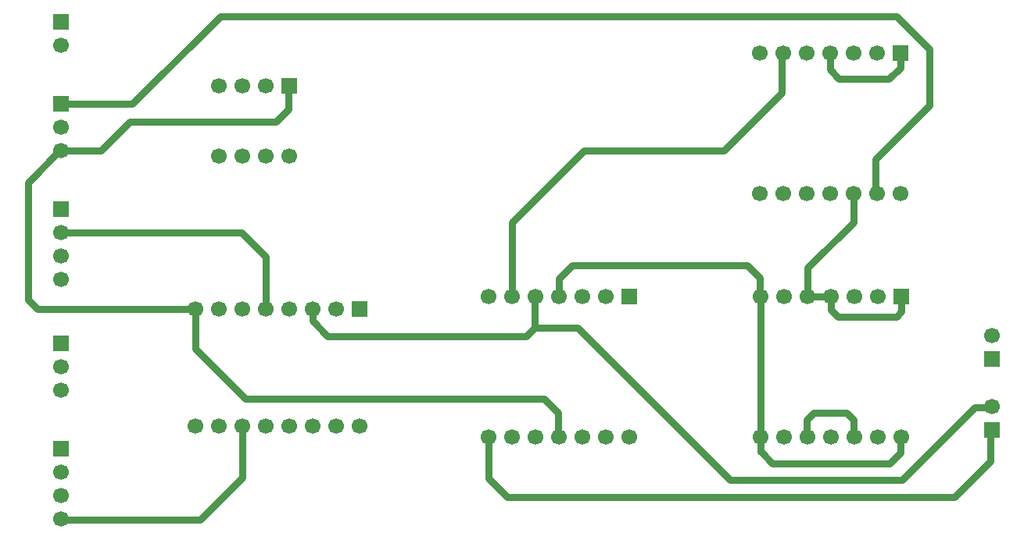
<source format=gbr>
%TF.GenerationSoftware,KiCad,Pcbnew,9.0.3*%
%TF.CreationDate,2025-08-28T11:24:01-04:00*%
%TF.ProjectId,signal_conditioner,7369676e-616c-45f6-936f-6e646974696f,rev?*%
%TF.SameCoordinates,Original*%
%TF.FileFunction,Copper,L1,Top*%
%TF.FilePolarity,Positive*%
%FSLAX46Y46*%
G04 Gerber Fmt 4.6, Leading zero omitted, Abs format (unit mm)*
G04 Created by KiCad (PCBNEW 9.0.3) date 2025-08-28 11:24:01*
%MOMM*%
%LPD*%
G01*
G04 APERTURE LIST*
%TA.AperFunction,ComponentPad*%
%ADD10R,1.700000X1.700000*%
%TD*%
%TA.AperFunction,ComponentPad*%
%ADD11C,1.700000*%
%TD*%
%TA.AperFunction,Conductor*%
%ADD12C,0.750000*%
%TD*%
G04 APERTURE END LIST*
D10*
%TO.P,J2,1,Pin_1*%
%TO.N,/S0B*%
X135890000Y-60325000D03*
D11*
%TO.P,J2,2,Pin_2*%
%TO.N,/S1B*%
X135890000Y-62865000D03*
%TO.P,J2,3,Pin_3*%
%TO.N,/S2B*%
X135890000Y-65405000D03*
%TO.P,J2,4,Pin_4*%
%TO.N,/S3B*%
X135890000Y-67945000D03*
%TD*%
D10*
%TO.P,U5,1,HVC/A0*%
%TO.N,GND*%
X226822000Y-43434000D03*
D11*
%TO.P,U5,2,SCL*%
%TO.N,/I2C_SCL_{1}_5V*%
X224282000Y-43434000D03*
%TO.P,U5,3,SDA*%
%TO.N,/I2C_SDA_{1}_5V*%
X221742000Y-43434000D03*
%TO.P,U5,4,VSS*%
%TO.N,GND*%
X219202000Y-43434000D03*
%TO.P,U5,5,P1B*%
%TO.N,/Software Defined Instrumentation Amplifier/RGain-*%
X216662000Y-43434000D03*
%TO.P,U5,6,P1W*%
X214122000Y-43434000D03*
%TO.P,U5,7,P1A*%
%TO.N,Net-(U5-P0B)*%
X211582000Y-43434000D03*
%TO.P,U5,8,P0A*%
%TO.N,/Software Defined Instrumentation Amplifier/RGain+*%
X211582000Y-58674000D03*
%TO.P,U5,9,P0W*%
%TO.N,Net-(U5-P0B)*%
X214122000Y-58674000D03*
%TO.P,U5,10,P0B*%
X216662000Y-58674000D03*
%TO.P,U5,11,NC*%
%TO.N,unconnected-(U5-NC-Pad11)*%
X219202000Y-58674000D03*
%TO.P,U5,12,A2*%
%TO.N,GND*%
X221742000Y-58674000D03*
%TO.P,U5,13,A1*%
%TO.N,+5V*%
X224282000Y-58674000D03*
%TO.P,U5,14,VDD*%
X226822000Y-58674000D03*
%TD*%
D10*
%TO.P,U1,1,S0B*%
%TO.N,/S0B*%
X168249600Y-71131600D03*
D11*
%TO.P,U1,2,S2B*%
%TO.N,/S2B*%
X165709600Y-71131600D03*
%TO.P,U1,3,DB*%
%TO.N,/OUT-*%
X163169600Y-71131600D03*
%TO.P,U1,4,S3B*%
%TO.N,/S3B*%
X160629600Y-71131600D03*
%TO.P,U1,5,S1B*%
%TO.N,/S1B*%
X158089600Y-71131600D03*
%TO.P,U1,6,~{EN}*%
%TO.N,/~{EN}*%
X155549600Y-71131600D03*
%TO.P,U1,7,NC*%
%TO.N,unconnected-(U1-NC-Pad7)*%
X153009600Y-71131600D03*
%TO.P,U1,8,GND*%
%TO.N,GND*%
X150469600Y-71131600D03*
%TO.P,U1,9,A1*%
%TO.N,/SEL1*%
X150469600Y-83831600D03*
%TO.P,U1,10,A0*%
%TO.N,/SEL0*%
X153009600Y-83831600D03*
%TO.P,U1,11,S3A*%
%TO.N,/S3A*%
X155549600Y-83831600D03*
%TO.P,U1,12,S0A*%
%TO.N,/S0A*%
X158089600Y-83831600D03*
%TO.P,U1,13,DA*%
%TO.N,/SEN+*%
X160629600Y-83831600D03*
%TO.P,U1,14,S1A*%
%TO.N,/S1A*%
X163169600Y-83831600D03*
%TO.P,U1,15,S2A*%
%TO.N,/S2A*%
X165709600Y-83831600D03*
%TO.P,U1,16,V_{DD}*%
%TO.N,+3.3V*%
X168249600Y-83831600D03*
%TD*%
D10*
%TO.P,J1,1,Pin_1*%
%TO.N,/S0A*%
X135890000Y-86360000D03*
D11*
%TO.P,J1,2,Pin_2*%
%TO.N,/S1A*%
X135890000Y-88900000D03*
%TO.P,J1,3,Pin_3*%
%TO.N,/S2A*%
X135890000Y-91440000D03*
%TO.P,J1,4,Pin_4*%
%TO.N,/S3A*%
X135890000Y-93980000D03*
%TD*%
D10*
%TO.P,U4,1,HVC/A0*%
%TO.N,GND*%
X226949000Y-69850000D03*
D11*
%TO.P,U4,2,SCL*%
%TO.N,/I2C_SCL_{1}_5V*%
X224409000Y-69850000D03*
%TO.P,U4,3,SDA*%
%TO.N,/I2C_SDA_{1}_5V*%
X221869000Y-69850000D03*
%TO.P,U4,4,VSS*%
%TO.N,GND*%
X219329000Y-69850000D03*
%TO.P,U4,5,P1B*%
X216789000Y-69850000D03*
%TO.P,U4,6,P1W*%
%TO.N,/Software Defined Instrumentation Amplifier/V_{offset-}*%
X214249000Y-69850000D03*
%TO.P,U4,7,P1A*%
%TO.N,+5V*%
X211709000Y-69850000D03*
%TO.P,U4,8,P0A*%
X211709000Y-85090000D03*
%TO.P,U4,9,P0W*%
%TO.N,/Software Defined Instrumentation Amplifier/V_{offset+}*%
X214249000Y-85090000D03*
%TO.P,U4,10,P0B*%
%TO.N,GND*%
X216789000Y-85090000D03*
%TO.P,U4,11,NC*%
%TO.N,unconnected-(U4-NC-Pad11)*%
X219329000Y-85090000D03*
%TO.P,U4,12,A2*%
%TO.N,GND*%
X221869000Y-85090000D03*
%TO.P,U4,13,A1*%
X224409000Y-85090000D03*
%TO.P,U4,14,VDD*%
%TO.N,+5V*%
X226949000Y-85090000D03*
%TD*%
D10*
%TO.P,J4,1,Pin_1*%
%TO.N,+5V*%
X135890000Y-48895000D03*
D11*
%TO.P,J4,2,Pin_2*%
%TO.N,+3V3*%
X135890000Y-51435000D03*
%TO.P,J4,3,Pin_3*%
%TO.N,GND*%
X135890000Y-53975000D03*
%TD*%
D10*
%TO.P,J7,1,Pin_1*%
%TO.N,/I2C_SDA_{1}_5V*%
X236728000Y-76581000D03*
D11*
%TO.P,J7,2,Pin_2*%
%TO.N,/I2C_SCL_{1}_5V*%
X236728000Y-74041000D03*
%TD*%
D10*
%TO.P,J6,1,Pin_1*%
%TO.N,/OUT+*%
X236728000Y-84328000D03*
D11*
%TO.P,J6,2,Pin_2*%
%TO.N,/OUT-*%
X236728000Y-81788000D03*
%TD*%
D10*
%TO.P,U3,1*%
%TO.N,Net-(R10-Pad1)*%
X197485000Y-69850000D03*
D11*
%TO.P,U3,2,-*%
%TO.N,/Software Defined Instrumentation Amplifier/RGain+*%
X194945000Y-69850000D03*
%TO.P,U3,3,+*%
%TO.N,/Software Defined Instrumentation Amplifier/V_SENSOR_WITH_DC_OFFSET*%
X192405000Y-69850000D03*
%TO.P,U3,4,V+*%
%TO.N,+5V*%
X189865000Y-69850000D03*
%TO.P,U3,5,+*%
%TO.N,/OUT-*%
X187325000Y-69850000D03*
%TO.P,U3,6,-*%
%TO.N,/Software Defined Instrumentation Amplifier/RGain-*%
X184785000Y-69850000D03*
%TO.P,U3,7*%
%TO.N,Net-(R11-Pad2)*%
X182245000Y-69850000D03*
%TO.P,U3,8*%
%TO.N,/OUT+*%
X182245000Y-85090000D03*
%TO.P,U3,9,-*%
%TO.N,Net-(U3C--)*%
X184785000Y-85090000D03*
%TO.P,U3,10,+*%
%TO.N,Net-(U3C-+)*%
X187325000Y-85090000D03*
%TO.P,U3,11,V-*%
%TO.N,GND*%
X189865000Y-85090000D03*
%TO.P,U3,12,+*%
%TO.N,Net-(U3D-+)*%
X192405000Y-85090000D03*
%TO.P,U3,13,-*%
%TO.N,Net-(U3D--)*%
X194945000Y-85090000D03*
%TO.P,U3,14*%
%TO.N,/Software Defined Instrumentation Amplifier/V_SENSOR_WITH_DC_OFFSET*%
X197485000Y-85090000D03*
%TD*%
D10*
%TO.P,J3,1,Pin_1*%
%TO.N,/~{EN}*%
X135890000Y-74930000D03*
D11*
%TO.P,J3,2,Pin_2*%
%TO.N,/SEL0*%
X135890000Y-77470000D03*
%TO.P,J3,3,Pin_3*%
%TO.N,/SEL1*%
X135890000Y-80010000D03*
%TD*%
D10*
%TO.P,J5,1,Pin_1*%
%TO.N,/I2C_SDA_{1}*%
X135890000Y-40000000D03*
D11*
%TO.P,J5,2,Pin_2*%
%TO.N,/I2C_SCL_{1}*%
X135890000Y-42540000D03*
%TD*%
D10*
%TO.P,U2,1,GND*%
%TO.N,GND*%
X160655000Y-46990000D03*
D11*
%TO.P,U2,2,Vref_{A}*%
%TO.N,+3V3*%
X158115000Y-46990000D03*
%TO.P,U2,3,A_{1}*%
%TO.N,/I2C_SDA_{1}*%
X155575000Y-46990000D03*
%TO.P,U2,4,A_{2}*%
%TO.N,/I2C_SCL_{1}*%
X153035000Y-46990000D03*
%TO.P,U2,5,B2*%
%TO.N,/I2C_SCL_{1}_5V*%
X153035000Y-54610000D03*
%TO.P,U2,6,B1*%
%TO.N,/I2C_SDA_{1}_5V*%
X155575000Y-54610000D03*
%TO.P,U2,7,Vref_{B}*%
%TO.N,Net-(U2-EN)*%
X158115000Y-54610000D03*
%TO.P,U2,8,EN*%
X160655000Y-54610000D03*
%TD*%
D12*
%TO.N,GND*%
X216661000Y-83197000D02*
X217423000Y-82435000D01*
X219329000Y-69850000D02*
X216789000Y-69850000D01*
X144643600Y-71143600D02*
X144655600Y-71131600D01*
X216789000Y-69850000D02*
X216789000Y-66711000D01*
X132333000Y-57416000D02*
X132333000Y-70116000D01*
X189737000Y-82435000D02*
X189737000Y-85102000D01*
X221741000Y-83197000D02*
X221741000Y-85102000D01*
X140207000Y-53987000D02*
X135762000Y-53987000D01*
X155911000Y-80911000D02*
X188213000Y-80911000D01*
X216661000Y-85102000D02*
X216661000Y-83197000D01*
X143382000Y-50812000D02*
X140207000Y-53987000D01*
X219329000Y-71229000D02*
X219329000Y-69850000D01*
X226949000Y-71451000D02*
X226400000Y-72000000D01*
X226822000Y-43434000D02*
X226822000Y-44978000D01*
X220100000Y-72000000D02*
X219329000Y-71229000D01*
X225600000Y-46200000D02*
X220200000Y-46200000D01*
X226822000Y-44978000D02*
X225600000Y-46200000D01*
X160527000Y-49473000D02*
X159188000Y-50812000D01*
X219200000Y-43436000D02*
X219202000Y-43434000D01*
X159188000Y-50812000D02*
X143382000Y-50812000D01*
X226949000Y-69850000D02*
X226949000Y-71451000D01*
X226400000Y-72000000D02*
X220100000Y-72000000D01*
X216789000Y-66711000D02*
X221742000Y-61758000D01*
X144655600Y-71131600D02*
X150469600Y-71131600D01*
X220979000Y-82435000D02*
X221741000Y-83197000D01*
X135762000Y-53987000D02*
X132333000Y-57416000D01*
X219200000Y-45200000D02*
X219200000Y-43436000D01*
X133360600Y-71143600D02*
X144643600Y-71143600D01*
X217423000Y-82435000D02*
X220979000Y-82435000D01*
X220200000Y-46200000D02*
X219200000Y-45200000D01*
X221742000Y-61758000D02*
X221742000Y-58674000D01*
X160527000Y-47002000D02*
X160527000Y-49473000D01*
X132333000Y-70116000D02*
X133360600Y-71143600D01*
X150469600Y-75469600D02*
X155911000Y-80911000D01*
X188213000Y-80911000D02*
X189737000Y-82435000D01*
X150469600Y-71131600D02*
X150469600Y-75469600D01*
%TO.N,+5V*%
X153161000Y-39382000D02*
X143636000Y-48907000D01*
X191261000Y-66433000D02*
X189865000Y-67829000D01*
X225704000Y-87896000D02*
X212952000Y-87896000D01*
X229996000Y-42938000D02*
X226440000Y-39382000D01*
X224154000Y-58686000D02*
X224154000Y-54946000D01*
X211709000Y-85090000D02*
X211709000Y-69850000D01*
X211581000Y-69862000D02*
X211581000Y-67781000D01*
X212952000Y-87896000D02*
X211837000Y-86781000D01*
X189865000Y-67829000D02*
X189865000Y-69850000D01*
X210233000Y-66433000D02*
X191261000Y-66433000D01*
X211581000Y-67781000D02*
X210233000Y-66433000D01*
X226821000Y-85102000D02*
X226821000Y-86779000D01*
X226440000Y-39382000D02*
X153161000Y-39382000D01*
X211709000Y-86653000D02*
X211709000Y-85090000D01*
X229996000Y-49104000D02*
X229996000Y-42938000D01*
X224154000Y-54946000D02*
X229996000Y-49104000D01*
X226821000Y-86779000D02*
X225704000Y-87896000D01*
X143636000Y-48907000D02*
X135762000Y-48907000D01*
%TO.N,/S3A*%
X155549600Y-89444400D02*
X155397000Y-89597000D01*
X155397000Y-89597000D02*
X155600000Y-89394000D01*
X155549600Y-83831600D02*
X155549600Y-89444400D01*
X151002000Y-93992000D02*
X155397000Y-89597000D01*
X135762000Y-93992000D02*
X151002000Y-93992000D01*
%TO.N,/S1B*%
X158100000Y-65530000D02*
X155447000Y-62877000D01*
X158100000Y-71005200D02*
X158100000Y-65530000D01*
X155447000Y-62877000D02*
X135762000Y-62877000D01*
%TO.N,/OUT+*%
X236600000Y-84340000D02*
X236600000Y-87700000D01*
X232721000Y-91579000D02*
X184276000Y-91579000D01*
X182245000Y-89548000D02*
X182245000Y-85090000D01*
X236600000Y-87700000D02*
X232721000Y-91579000D01*
X184276000Y-91579000D02*
X182245000Y-89548000D01*
%TO.N,/OUT-*%
X227026000Y-89674000D02*
X234900000Y-81800000D01*
X234900000Y-81800000D02*
X236600000Y-81800000D01*
X187197000Y-73164000D02*
X187197000Y-69862000D01*
X191896000Y-73164000D02*
X208406000Y-89674000D01*
X208406000Y-89674000D02*
X227026000Y-89674000D01*
X164800000Y-74100000D02*
X186261000Y-74100000D01*
X187197000Y-73164000D02*
X191896000Y-73164000D01*
X186261000Y-74100000D02*
X187197000Y-73164000D01*
X163169600Y-72469600D02*
X164800000Y-74100000D01*
X163169600Y-71271600D02*
X163169600Y-72469600D01*
%TO.N,/Software Defined Instrumentation Amplifier/RGain-*%
X184785000Y-61733000D02*
X185459000Y-61059000D01*
X192531000Y-53987000D02*
X207713000Y-53987000D01*
X185459000Y-61059000D02*
X192531000Y-53987000D01*
X213994000Y-47706000D02*
X213994000Y-43446000D01*
X184785000Y-69850000D02*
X184785000Y-61733000D01*
X207713000Y-53987000D02*
X213994000Y-47706000D01*
%TD*%
M02*

</source>
